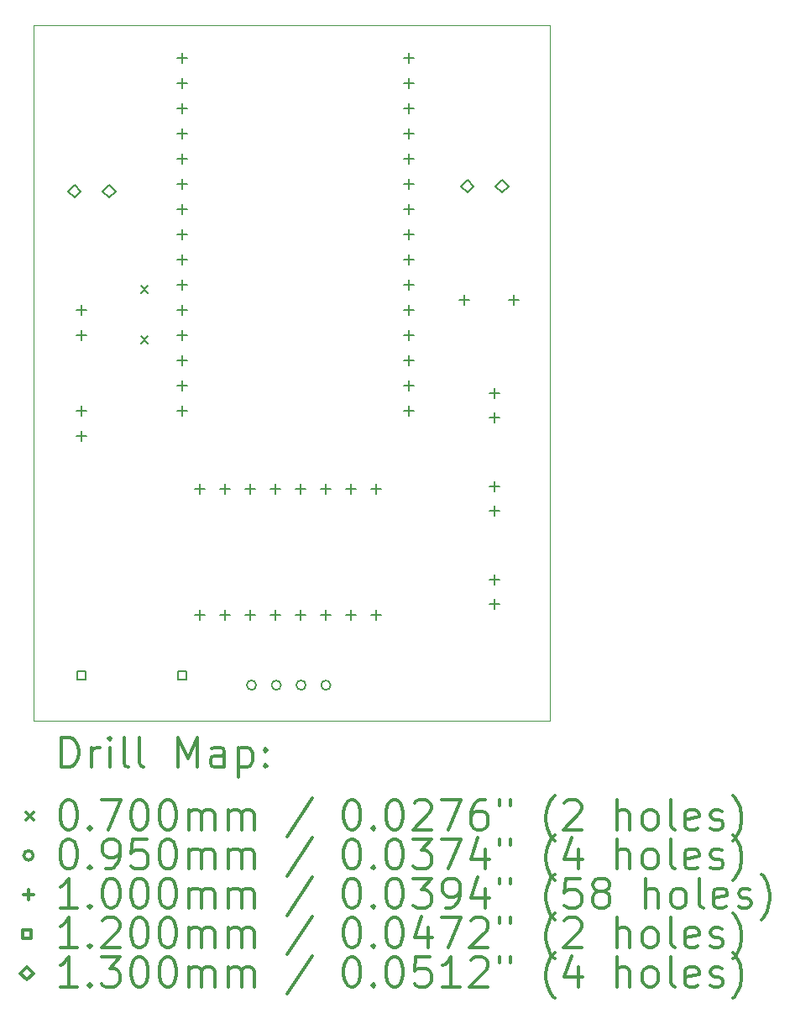
<source format=gbr>
%FSLAX45Y45*%
G04 Gerber Fmt 4.5, Leading zero omitted, Abs format (unit mm)*
G04 Created by KiCad (PCBNEW (5.1.10-1-10_14)) date 2021-12-20 14:56:10*
%MOMM*%
%LPD*%
G01*
G04 APERTURE LIST*
%TA.AperFunction,Profile*%
%ADD10C,0.100000*%
%TD*%
%ADD11C,0.200000*%
%ADD12C,0.300000*%
G04 APERTURE END LIST*
D10*
X15011400Y-5232400D02*
X15011400Y-12242800D01*
X9804400Y-5232400D02*
X15011400Y-5232400D01*
X9804400Y-12242800D02*
X9804400Y-5232400D01*
X15011400Y-12242800D02*
X9804400Y-12242800D01*
D11*
X10887000Y-7864400D02*
X10957000Y-7934400D01*
X10957000Y-7864400D02*
X10887000Y-7934400D01*
X10887000Y-8372400D02*
X10957000Y-8442400D01*
X10957000Y-8372400D02*
X10887000Y-8442400D01*
X12048300Y-11887200D02*
G75*
G03*
X12048300Y-11887200I-47500J0D01*
G01*
X12298300Y-11887200D02*
G75*
G03*
X12298300Y-11887200I-47500J0D01*
G01*
X12548300Y-11887200D02*
G75*
G03*
X12548300Y-11887200I-47500J0D01*
G01*
X12798300Y-11887200D02*
G75*
G03*
X12798300Y-11887200I-47500J0D01*
G01*
X10287000Y-8056600D02*
X10287000Y-8156600D01*
X10237000Y-8106600D02*
X10337000Y-8106600D01*
X10287000Y-8306600D02*
X10287000Y-8406600D01*
X10237000Y-8356600D02*
X10337000Y-8356600D01*
X10287000Y-9072600D02*
X10287000Y-9172600D01*
X10237000Y-9122600D02*
X10337000Y-9122600D01*
X10287000Y-9322600D02*
X10287000Y-9422600D01*
X10237000Y-9372600D02*
X10337000Y-9372600D01*
X11303000Y-5512600D02*
X11303000Y-5612600D01*
X11253000Y-5562600D02*
X11353000Y-5562600D01*
X11303000Y-5766600D02*
X11303000Y-5866600D01*
X11253000Y-5816600D02*
X11353000Y-5816600D01*
X11303000Y-6020600D02*
X11303000Y-6120600D01*
X11253000Y-6070600D02*
X11353000Y-6070600D01*
X11303000Y-6274600D02*
X11303000Y-6374600D01*
X11253000Y-6324600D02*
X11353000Y-6324600D01*
X11303000Y-6528600D02*
X11303000Y-6628600D01*
X11253000Y-6578600D02*
X11353000Y-6578600D01*
X11303000Y-6782600D02*
X11303000Y-6882600D01*
X11253000Y-6832600D02*
X11353000Y-6832600D01*
X11303000Y-7036600D02*
X11303000Y-7136600D01*
X11253000Y-7086600D02*
X11353000Y-7086600D01*
X11303000Y-7290600D02*
X11303000Y-7390600D01*
X11253000Y-7340600D02*
X11353000Y-7340600D01*
X11303000Y-7544600D02*
X11303000Y-7644600D01*
X11253000Y-7594600D02*
X11353000Y-7594600D01*
X11303000Y-7798600D02*
X11303000Y-7898600D01*
X11253000Y-7848600D02*
X11353000Y-7848600D01*
X11303000Y-8052600D02*
X11303000Y-8152600D01*
X11253000Y-8102600D02*
X11353000Y-8102600D01*
X11303000Y-8306600D02*
X11303000Y-8406600D01*
X11253000Y-8356600D02*
X11353000Y-8356600D01*
X11303000Y-8560600D02*
X11303000Y-8660600D01*
X11253000Y-8610600D02*
X11353000Y-8610600D01*
X11303000Y-8814600D02*
X11303000Y-8914600D01*
X11253000Y-8864600D02*
X11353000Y-8864600D01*
X11303000Y-9068600D02*
X11303000Y-9168600D01*
X11253000Y-9118600D02*
X11353000Y-9118600D01*
X11480800Y-9856000D02*
X11480800Y-9956000D01*
X11430800Y-9906000D02*
X11530800Y-9906000D01*
X11480800Y-11126000D02*
X11480800Y-11226000D01*
X11430800Y-11176000D02*
X11530800Y-11176000D01*
X11734800Y-9856000D02*
X11734800Y-9956000D01*
X11684800Y-9906000D02*
X11784800Y-9906000D01*
X11734800Y-11126000D02*
X11734800Y-11226000D01*
X11684800Y-11176000D02*
X11784800Y-11176000D01*
X11988800Y-9856000D02*
X11988800Y-9956000D01*
X11938800Y-9906000D02*
X12038800Y-9906000D01*
X11988800Y-11126000D02*
X11988800Y-11226000D01*
X11938800Y-11176000D02*
X12038800Y-11176000D01*
X12242800Y-9856000D02*
X12242800Y-9956000D01*
X12192800Y-9906000D02*
X12292800Y-9906000D01*
X12242800Y-11126000D02*
X12242800Y-11226000D01*
X12192800Y-11176000D02*
X12292800Y-11176000D01*
X12496800Y-9856000D02*
X12496800Y-9956000D01*
X12446800Y-9906000D02*
X12546800Y-9906000D01*
X12496800Y-11126000D02*
X12496800Y-11226000D01*
X12446800Y-11176000D02*
X12546800Y-11176000D01*
X12750800Y-9856000D02*
X12750800Y-9956000D01*
X12700800Y-9906000D02*
X12800800Y-9906000D01*
X12750800Y-11126000D02*
X12750800Y-11226000D01*
X12700800Y-11176000D02*
X12800800Y-11176000D01*
X13004800Y-9856000D02*
X13004800Y-9956000D01*
X12954800Y-9906000D02*
X13054800Y-9906000D01*
X13004800Y-11126000D02*
X13004800Y-11226000D01*
X12954800Y-11176000D02*
X13054800Y-11176000D01*
X13258800Y-9856000D02*
X13258800Y-9956000D01*
X13208800Y-9906000D02*
X13308800Y-9906000D01*
X13258800Y-11126000D02*
X13258800Y-11226000D01*
X13208800Y-11176000D02*
X13308800Y-11176000D01*
X13589000Y-5512600D02*
X13589000Y-5612600D01*
X13539000Y-5562600D02*
X13639000Y-5562600D01*
X13589000Y-5766600D02*
X13589000Y-5866600D01*
X13539000Y-5816600D02*
X13639000Y-5816600D01*
X13589000Y-6020600D02*
X13589000Y-6120600D01*
X13539000Y-6070600D02*
X13639000Y-6070600D01*
X13589000Y-6274600D02*
X13589000Y-6374600D01*
X13539000Y-6324600D02*
X13639000Y-6324600D01*
X13589000Y-6528600D02*
X13589000Y-6628600D01*
X13539000Y-6578600D02*
X13639000Y-6578600D01*
X13589000Y-6782600D02*
X13589000Y-6882600D01*
X13539000Y-6832600D02*
X13639000Y-6832600D01*
X13589000Y-7036600D02*
X13589000Y-7136600D01*
X13539000Y-7086600D02*
X13639000Y-7086600D01*
X13589000Y-7290600D02*
X13589000Y-7390600D01*
X13539000Y-7340600D02*
X13639000Y-7340600D01*
X13589000Y-7544600D02*
X13589000Y-7644600D01*
X13539000Y-7594600D02*
X13639000Y-7594600D01*
X13589000Y-7798600D02*
X13589000Y-7898600D01*
X13539000Y-7848600D02*
X13639000Y-7848600D01*
X13589000Y-8052600D02*
X13589000Y-8152600D01*
X13539000Y-8102600D02*
X13639000Y-8102600D01*
X13589000Y-8306600D02*
X13589000Y-8406600D01*
X13539000Y-8356600D02*
X13639000Y-8356600D01*
X13589000Y-8560600D02*
X13589000Y-8660600D01*
X13539000Y-8610600D02*
X13639000Y-8610600D01*
X13589000Y-8814600D02*
X13589000Y-8914600D01*
X13539000Y-8864600D02*
X13639000Y-8864600D01*
X13589000Y-9068600D02*
X13589000Y-9168600D01*
X13539000Y-9118600D02*
X13639000Y-9118600D01*
X14147800Y-7951000D02*
X14147800Y-8051000D01*
X14097800Y-8001000D02*
X14197800Y-8001000D01*
X14452600Y-8890800D02*
X14452600Y-8990800D01*
X14402600Y-8940800D02*
X14502600Y-8940800D01*
X14452600Y-9140800D02*
X14452600Y-9240800D01*
X14402600Y-9190800D02*
X14502600Y-9190800D01*
X14452600Y-9830600D02*
X14452600Y-9930600D01*
X14402600Y-9880600D02*
X14502600Y-9880600D01*
X14452600Y-10080600D02*
X14452600Y-10180600D01*
X14402600Y-10130600D02*
X14502600Y-10130600D01*
X14452600Y-10770400D02*
X14452600Y-10870400D01*
X14402600Y-10820400D02*
X14502600Y-10820400D01*
X14452600Y-11020400D02*
X14452600Y-11120400D01*
X14402600Y-11070400D02*
X14502600Y-11070400D01*
X14647800Y-7951000D02*
X14647800Y-8051000D01*
X14597800Y-8001000D02*
X14697800Y-8001000D01*
X10329427Y-11828027D02*
X10329427Y-11743173D01*
X10244573Y-11743173D01*
X10244573Y-11828027D01*
X10329427Y-11828027D01*
X11345427Y-11828027D02*
X11345427Y-11743173D01*
X11260573Y-11743173D01*
X11260573Y-11828027D01*
X11345427Y-11828027D01*
X10216400Y-6973800D02*
X10281400Y-6908800D01*
X10216400Y-6843800D01*
X10151400Y-6908800D01*
X10216400Y-6973800D01*
X10566400Y-6973800D02*
X10631400Y-6908800D01*
X10566400Y-6843800D01*
X10501400Y-6908800D01*
X10566400Y-6973800D01*
X14178800Y-6923000D02*
X14243800Y-6858000D01*
X14178800Y-6793000D01*
X14113800Y-6858000D01*
X14178800Y-6923000D01*
X14528800Y-6923000D02*
X14593800Y-6858000D01*
X14528800Y-6793000D01*
X14463800Y-6858000D01*
X14528800Y-6923000D01*
D12*
X10085828Y-12713514D02*
X10085828Y-12413514D01*
X10157257Y-12413514D01*
X10200114Y-12427800D01*
X10228686Y-12456371D01*
X10242971Y-12484943D01*
X10257257Y-12542086D01*
X10257257Y-12584943D01*
X10242971Y-12642086D01*
X10228686Y-12670657D01*
X10200114Y-12699229D01*
X10157257Y-12713514D01*
X10085828Y-12713514D01*
X10385828Y-12713514D02*
X10385828Y-12513514D01*
X10385828Y-12570657D02*
X10400114Y-12542086D01*
X10414400Y-12527800D01*
X10442971Y-12513514D01*
X10471543Y-12513514D01*
X10571543Y-12713514D02*
X10571543Y-12513514D01*
X10571543Y-12413514D02*
X10557257Y-12427800D01*
X10571543Y-12442086D01*
X10585828Y-12427800D01*
X10571543Y-12413514D01*
X10571543Y-12442086D01*
X10757257Y-12713514D02*
X10728686Y-12699229D01*
X10714400Y-12670657D01*
X10714400Y-12413514D01*
X10914400Y-12713514D02*
X10885828Y-12699229D01*
X10871543Y-12670657D01*
X10871543Y-12413514D01*
X11257257Y-12713514D02*
X11257257Y-12413514D01*
X11357257Y-12627800D01*
X11457257Y-12413514D01*
X11457257Y-12713514D01*
X11728686Y-12713514D02*
X11728686Y-12556371D01*
X11714400Y-12527800D01*
X11685828Y-12513514D01*
X11628686Y-12513514D01*
X11600114Y-12527800D01*
X11728686Y-12699229D02*
X11700114Y-12713514D01*
X11628686Y-12713514D01*
X11600114Y-12699229D01*
X11585828Y-12670657D01*
X11585828Y-12642086D01*
X11600114Y-12613514D01*
X11628686Y-12599229D01*
X11700114Y-12599229D01*
X11728686Y-12584943D01*
X11871543Y-12513514D02*
X11871543Y-12813514D01*
X11871543Y-12527800D02*
X11900114Y-12513514D01*
X11957257Y-12513514D01*
X11985828Y-12527800D01*
X12000114Y-12542086D01*
X12014400Y-12570657D01*
X12014400Y-12656371D01*
X12000114Y-12684943D01*
X11985828Y-12699229D01*
X11957257Y-12713514D01*
X11900114Y-12713514D01*
X11871543Y-12699229D01*
X12142971Y-12684943D02*
X12157257Y-12699229D01*
X12142971Y-12713514D01*
X12128686Y-12699229D01*
X12142971Y-12684943D01*
X12142971Y-12713514D01*
X12142971Y-12527800D02*
X12157257Y-12542086D01*
X12142971Y-12556371D01*
X12128686Y-12542086D01*
X12142971Y-12527800D01*
X12142971Y-12556371D01*
X9729400Y-13172800D02*
X9799400Y-13242800D01*
X9799400Y-13172800D02*
X9729400Y-13242800D01*
X10142971Y-13043514D02*
X10171543Y-13043514D01*
X10200114Y-13057800D01*
X10214400Y-13072086D01*
X10228686Y-13100657D01*
X10242971Y-13157800D01*
X10242971Y-13229229D01*
X10228686Y-13286371D01*
X10214400Y-13314943D01*
X10200114Y-13329229D01*
X10171543Y-13343514D01*
X10142971Y-13343514D01*
X10114400Y-13329229D01*
X10100114Y-13314943D01*
X10085828Y-13286371D01*
X10071543Y-13229229D01*
X10071543Y-13157800D01*
X10085828Y-13100657D01*
X10100114Y-13072086D01*
X10114400Y-13057800D01*
X10142971Y-13043514D01*
X10371543Y-13314943D02*
X10385828Y-13329229D01*
X10371543Y-13343514D01*
X10357257Y-13329229D01*
X10371543Y-13314943D01*
X10371543Y-13343514D01*
X10485828Y-13043514D02*
X10685828Y-13043514D01*
X10557257Y-13343514D01*
X10857257Y-13043514D02*
X10885828Y-13043514D01*
X10914400Y-13057800D01*
X10928686Y-13072086D01*
X10942971Y-13100657D01*
X10957257Y-13157800D01*
X10957257Y-13229229D01*
X10942971Y-13286371D01*
X10928686Y-13314943D01*
X10914400Y-13329229D01*
X10885828Y-13343514D01*
X10857257Y-13343514D01*
X10828686Y-13329229D01*
X10814400Y-13314943D01*
X10800114Y-13286371D01*
X10785828Y-13229229D01*
X10785828Y-13157800D01*
X10800114Y-13100657D01*
X10814400Y-13072086D01*
X10828686Y-13057800D01*
X10857257Y-13043514D01*
X11142971Y-13043514D02*
X11171543Y-13043514D01*
X11200114Y-13057800D01*
X11214400Y-13072086D01*
X11228686Y-13100657D01*
X11242971Y-13157800D01*
X11242971Y-13229229D01*
X11228686Y-13286371D01*
X11214400Y-13314943D01*
X11200114Y-13329229D01*
X11171543Y-13343514D01*
X11142971Y-13343514D01*
X11114400Y-13329229D01*
X11100114Y-13314943D01*
X11085828Y-13286371D01*
X11071543Y-13229229D01*
X11071543Y-13157800D01*
X11085828Y-13100657D01*
X11100114Y-13072086D01*
X11114400Y-13057800D01*
X11142971Y-13043514D01*
X11371543Y-13343514D02*
X11371543Y-13143514D01*
X11371543Y-13172086D02*
X11385828Y-13157800D01*
X11414400Y-13143514D01*
X11457257Y-13143514D01*
X11485828Y-13157800D01*
X11500114Y-13186371D01*
X11500114Y-13343514D01*
X11500114Y-13186371D02*
X11514400Y-13157800D01*
X11542971Y-13143514D01*
X11585828Y-13143514D01*
X11614400Y-13157800D01*
X11628686Y-13186371D01*
X11628686Y-13343514D01*
X11771543Y-13343514D02*
X11771543Y-13143514D01*
X11771543Y-13172086D02*
X11785828Y-13157800D01*
X11814400Y-13143514D01*
X11857257Y-13143514D01*
X11885828Y-13157800D01*
X11900114Y-13186371D01*
X11900114Y-13343514D01*
X11900114Y-13186371D02*
X11914400Y-13157800D01*
X11942971Y-13143514D01*
X11985828Y-13143514D01*
X12014400Y-13157800D01*
X12028686Y-13186371D01*
X12028686Y-13343514D01*
X12614400Y-13029229D02*
X12357257Y-13414943D01*
X13000114Y-13043514D02*
X13028686Y-13043514D01*
X13057257Y-13057800D01*
X13071543Y-13072086D01*
X13085828Y-13100657D01*
X13100114Y-13157800D01*
X13100114Y-13229229D01*
X13085828Y-13286371D01*
X13071543Y-13314943D01*
X13057257Y-13329229D01*
X13028686Y-13343514D01*
X13000114Y-13343514D01*
X12971543Y-13329229D01*
X12957257Y-13314943D01*
X12942971Y-13286371D01*
X12928686Y-13229229D01*
X12928686Y-13157800D01*
X12942971Y-13100657D01*
X12957257Y-13072086D01*
X12971543Y-13057800D01*
X13000114Y-13043514D01*
X13228686Y-13314943D02*
X13242971Y-13329229D01*
X13228686Y-13343514D01*
X13214400Y-13329229D01*
X13228686Y-13314943D01*
X13228686Y-13343514D01*
X13428686Y-13043514D02*
X13457257Y-13043514D01*
X13485828Y-13057800D01*
X13500114Y-13072086D01*
X13514400Y-13100657D01*
X13528686Y-13157800D01*
X13528686Y-13229229D01*
X13514400Y-13286371D01*
X13500114Y-13314943D01*
X13485828Y-13329229D01*
X13457257Y-13343514D01*
X13428686Y-13343514D01*
X13400114Y-13329229D01*
X13385828Y-13314943D01*
X13371543Y-13286371D01*
X13357257Y-13229229D01*
X13357257Y-13157800D01*
X13371543Y-13100657D01*
X13385828Y-13072086D01*
X13400114Y-13057800D01*
X13428686Y-13043514D01*
X13642971Y-13072086D02*
X13657257Y-13057800D01*
X13685828Y-13043514D01*
X13757257Y-13043514D01*
X13785828Y-13057800D01*
X13800114Y-13072086D01*
X13814400Y-13100657D01*
X13814400Y-13129229D01*
X13800114Y-13172086D01*
X13628686Y-13343514D01*
X13814400Y-13343514D01*
X13914400Y-13043514D02*
X14114400Y-13043514D01*
X13985828Y-13343514D01*
X14357257Y-13043514D02*
X14300114Y-13043514D01*
X14271543Y-13057800D01*
X14257257Y-13072086D01*
X14228686Y-13114943D01*
X14214400Y-13172086D01*
X14214400Y-13286371D01*
X14228686Y-13314943D01*
X14242971Y-13329229D01*
X14271543Y-13343514D01*
X14328686Y-13343514D01*
X14357257Y-13329229D01*
X14371543Y-13314943D01*
X14385828Y-13286371D01*
X14385828Y-13214943D01*
X14371543Y-13186371D01*
X14357257Y-13172086D01*
X14328686Y-13157800D01*
X14271543Y-13157800D01*
X14242971Y-13172086D01*
X14228686Y-13186371D01*
X14214400Y-13214943D01*
X14500114Y-13043514D02*
X14500114Y-13100657D01*
X14614400Y-13043514D02*
X14614400Y-13100657D01*
X15057257Y-13457800D02*
X15042971Y-13443514D01*
X15014400Y-13400657D01*
X15000114Y-13372086D01*
X14985828Y-13329229D01*
X14971543Y-13257800D01*
X14971543Y-13200657D01*
X14985828Y-13129229D01*
X15000114Y-13086371D01*
X15014400Y-13057800D01*
X15042971Y-13014943D01*
X15057257Y-13000657D01*
X15157257Y-13072086D02*
X15171543Y-13057800D01*
X15200114Y-13043514D01*
X15271543Y-13043514D01*
X15300114Y-13057800D01*
X15314400Y-13072086D01*
X15328686Y-13100657D01*
X15328686Y-13129229D01*
X15314400Y-13172086D01*
X15142971Y-13343514D01*
X15328686Y-13343514D01*
X15685828Y-13343514D02*
X15685828Y-13043514D01*
X15814400Y-13343514D02*
X15814400Y-13186371D01*
X15800114Y-13157800D01*
X15771543Y-13143514D01*
X15728686Y-13143514D01*
X15700114Y-13157800D01*
X15685828Y-13172086D01*
X16000114Y-13343514D02*
X15971543Y-13329229D01*
X15957257Y-13314943D01*
X15942971Y-13286371D01*
X15942971Y-13200657D01*
X15957257Y-13172086D01*
X15971543Y-13157800D01*
X16000114Y-13143514D01*
X16042971Y-13143514D01*
X16071543Y-13157800D01*
X16085828Y-13172086D01*
X16100114Y-13200657D01*
X16100114Y-13286371D01*
X16085828Y-13314943D01*
X16071543Y-13329229D01*
X16042971Y-13343514D01*
X16000114Y-13343514D01*
X16271543Y-13343514D02*
X16242971Y-13329229D01*
X16228686Y-13300657D01*
X16228686Y-13043514D01*
X16500114Y-13329229D02*
X16471543Y-13343514D01*
X16414400Y-13343514D01*
X16385828Y-13329229D01*
X16371543Y-13300657D01*
X16371543Y-13186371D01*
X16385828Y-13157800D01*
X16414400Y-13143514D01*
X16471543Y-13143514D01*
X16500114Y-13157800D01*
X16514400Y-13186371D01*
X16514400Y-13214943D01*
X16371543Y-13243514D01*
X16628686Y-13329229D02*
X16657257Y-13343514D01*
X16714400Y-13343514D01*
X16742971Y-13329229D01*
X16757257Y-13300657D01*
X16757257Y-13286371D01*
X16742971Y-13257800D01*
X16714400Y-13243514D01*
X16671543Y-13243514D01*
X16642971Y-13229229D01*
X16628686Y-13200657D01*
X16628686Y-13186371D01*
X16642971Y-13157800D01*
X16671543Y-13143514D01*
X16714400Y-13143514D01*
X16742971Y-13157800D01*
X16857257Y-13457800D02*
X16871543Y-13443514D01*
X16900114Y-13400657D01*
X16914400Y-13372086D01*
X16928686Y-13329229D01*
X16942971Y-13257800D01*
X16942971Y-13200657D01*
X16928686Y-13129229D01*
X16914400Y-13086371D01*
X16900114Y-13057800D01*
X16871543Y-13014943D01*
X16857257Y-13000657D01*
X9799400Y-13603800D02*
G75*
G03*
X9799400Y-13603800I-47500J0D01*
G01*
X10142971Y-13439514D02*
X10171543Y-13439514D01*
X10200114Y-13453800D01*
X10214400Y-13468086D01*
X10228686Y-13496657D01*
X10242971Y-13553800D01*
X10242971Y-13625229D01*
X10228686Y-13682371D01*
X10214400Y-13710943D01*
X10200114Y-13725229D01*
X10171543Y-13739514D01*
X10142971Y-13739514D01*
X10114400Y-13725229D01*
X10100114Y-13710943D01*
X10085828Y-13682371D01*
X10071543Y-13625229D01*
X10071543Y-13553800D01*
X10085828Y-13496657D01*
X10100114Y-13468086D01*
X10114400Y-13453800D01*
X10142971Y-13439514D01*
X10371543Y-13710943D02*
X10385828Y-13725229D01*
X10371543Y-13739514D01*
X10357257Y-13725229D01*
X10371543Y-13710943D01*
X10371543Y-13739514D01*
X10528686Y-13739514D02*
X10585828Y-13739514D01*
X10614400Y-13725229D01*
X10628686Y-13710943D01*
X10657257Y-13668086D01*
X10671543Y-13610943D01*
X10671543Y-13496657D01*
X10657257Y-13468086D01*
X10642971Y-13453800D01*
X10614400Y-13439514D01*
X10557257Y-13439514D01*
X10528686Y-13453800D01*
X10514400Y-13468086D01*
X10500114Y-13496657D01*
X10500114Y-13568086D01*
X10514400Y-13596657D01*
X10528686Y-13610943D01*
X10557257Y-13625229D01*
X10614400Y-13625229D01*
X10642971Y-13610943D01*
X10657257Y-13596657D01*
X10671543Y-13568086D01*
X10942971Y-13439514D02*
X10800114Y-13439514D01*
X10785828Y-13582371D01*
X10800114Y-13568086D01*
X10828686Y-13553800D01*
X10900114Y-13553800D01*
X10928686Y-13568086D01*
X10942971Y-13582371D01*
X10957257Y-13610943D01*
X10957257Y-13682371D01*
X10942971Y-13710943D01*
X10928686Y-13725229D01*
X10900114Y-13739514D01*
X10828686Y-13739514D01*
X10800114Y-13725229D01*
X10785828Y-13710943D01*
X11142971Y-13439514D02*
X11171543Y-13439514D01*
X11200114Y-13453800D01*
X11214400Y-13468086D01*
X11228686Y-13496657D01*
X11242971Y-13553800D01*
X11242971Y-13625229D01*
X11228686Y-13682371D01*
X11214400Y-13710943D01*
X11200114Y-13725229D01*
X11171543Y-13739514D01*
X11142971Y-13739514D01*
X11114400Y-13725229D01*
X11100114Y-13710943D01*
X11085828Y-13682371D01*
X11071543Y-13625229D01*
X11071543Y-13553800D01*
X11085828Y-13496657D01*
X11100114Y-13468086D01*
X11114400Y-13453800D01*
X11142971Y-13439514D01*
X11371543Y-13739514D02*
X11371543Y-13539514D01*
X11371543Y-13568086D02*
X11385828Y-13553800D01*
X11414400Y-13539514D01*
X11457257Y-13539514D01*
X11485828Y-13553800D01*
X11500114Y-13582371D01*
X11500114Y-13739514D01*
X11500114Y-13582371D02*
X11514400Y-13553800D01*
X11542971Y-13539514D01*
X11585828Y-13539514D01*
X11614400Y-13553800D01*
X11628686Y-13582371D01*
X11628686Y-13739514D01*
X11771543Y-13739514D02*
X11771543Y-13539514D01*
X11771543Y-13568086D02*
X11785828Y-13553800D01*
X11814400Y-13539514D01*
X11857257Y-13539514D01*
X11885828Y-13553800D01*
X11900114Y-13582371D01*
X11900114Y-13739514D01*
X11900114Y-13582371D02*
X11914400Y-13553800D01*
X11942971Y-13539514D01*
X11985828Y-13539514D01*
X12014400Y-13553800D01*
X12028686Y-13582371D01*
X12028686Y-13739514D01*
X12614400Y-13425229D02*
X12357257Y-13810943D01*
X13000114Y-13439514D02*
X13028686Y-13439514D01*
X13057257Y-13453800D01*
X13071543Y-13468086D01*
X13085828Y-13496657D01*
X13100114Y-13553800D01*
X13100114Y-13625229D01*
X13085828Y-13682371D01*
X13071543Y-13710943D01*
X13057257Y-13725229D01*
X13028686Y-13739514D01*
X13000114Y-13739514D01*
X12971543Y-13725229D01*
X12957257Y-13710943D01*
X12942971Y-13682371D01*
X12928686Y-13625229D01*
X12928686Y-13553800D01*
X12942971Y-13496657D01*
X12957257Y-13468086D01*
X12971543Y-13453800D01*
X13000114Y-13439514D01*
X13228686Y-13710943D02*
X13242971Y-13725229D01*
X13228686Y-13739514D01*
X13214400Y-13725229D01*
X13228686Y-13710943D01*
X13228686Y-13739514D01*
X13428686Y-13439514D02*
X13457257Y-13439514D01*
X13485828Y-13453800D01*
X13500114Y-13468086D01*
X13514400Y-13496657D01*
X13528686Y-13553800D01*
X13528686Y-13625229D01*
X13514400Y-13682371D01*
X13500114Y-13710943D01*
X13485828Y-13725229D01*
X13457257Y-13739514D01*
X13428686Y-13739514D01*
X13400114Y-13725229D01*
X13385828Y-13710943D01*
X13371543Y-13682371D01*
X13357257Y-13625229D01*
X13357257Y-13553800D01*
X13371543Y-13496657D01*
X13385828Y-13468086D01*
X13400114Y-13453800D01*
X13428686Y-13439514D01*
X13628686Y-13439514D02*
X13814400Y-13439514D01*
X13714400Y-13553800D01*
X13757257Y-13553800D01*
X13785828Y-13568086D01*
X13800114Y-13582371D01*
X13814400Y-13610943D01*
X13814400Y-13682371D01*
X13800114Y-13710943D01*
X13785828Y-13725229D01*
X13757257Y-13739514D01*
X13671543Y-13739514D01*
X13642971Y-13725229D01*
X13628686Y-13710943D01*
X13914400Y-13439514D02*
X14114400Y-13439514D01*
X13985828Y-13739514D01*
X14357257Y-13539514D02*
X14357257Y-13739514D01*
X14285828Y-13425229D02*
X14214400Y-13639514D01*
X14400114Y-13639514D01*
X14500114Y-13439514D02*
X14500114Y-13496657D01*
X14614400Y-13439514D02*
X14614400Y-13496657D01*
X15057257Y-13853800D02*
X15042971Y-13839514D01*
X15014400Y-13796657D01*
X15000114Y-13768086D01*
X14985828Y-13725229D01*
X14971543Y-13653800D01*
X14971543Y-13596657D01*
X14985828Y-13525229D01*
X15000114Y-13482371D01*
X15014400Y-13453800D01*
X15042971Y-13410943D01*
X15057257Y-13396657D01*
X15300114Y-13539514D02*
X15300114Y-13739514D01*
X15228686Y-13425229D02*
X15157257Y-13639514D01*
X15342971Y-13639514D01*
X15685828Y-13739514D02*
X15685828Y-13439514D01*
X15814400Y-13739514D02*
X15814400Y-13582371D01*
X15800114Y-13553800D01*
X15771543Y-13539514D01*
X15728686Y-13539514D01*
X15700114Y-13553800D01*
X15685828Y-13568086D01*
X16000114Y-13739514D02*
X15971543Y-13725229D01*
X15957257Y-13710943D01*
X15942971Y-13682371D01*
X15942971Y-13596657D01*
X15957257Y-13568086D01*
X15971543Y-13553800D01*
X16000114Y-13539514D01*
X16042971Y-13539514D01*
X16071543Y-13553800D01*
X16085828Y-13568086D01*
X16100114Y-13596657D01*
X16100114Y-13682371D01*
X16085828Y-13710943D01*
X16071543Y-13725229D01*
X16042971Y-13739514D01*
X16000114Y-13739514D01*
X16271543Y-13739514D02*
X16242971Y-13725229D01*
X16228686Y-13696657D01*
X16228686Y-13439514D01*
X16500114Y-13725229D02*
X16471543Y-13739514D01*
X16414400Y-13739514D01*
X16385828Y-13725229D01*
X16371543Y-13696657D01*
X16371543Y-13582371D01*
X16385828Y-13553800D01*
X16414400Y-13539514D01*
X16471543Y-13539514D01*
X16500114Y-13553800D01*
X16514400Y-13582371D01*
X16514400Y-13610943D01*
X16371543Y-13639514D01*
X16628686Y-13725229D02*
X16657257Y-13739514D01*
X16714400Y-13739514D01*
X16742971Y-13725229D01*
X16757257Y-13696657D01*
X16757257Y-13682371D01*
X16742971Y-13653800D01*
X16714400Y-13639514D01*
X16671543Y-13639514D01*
X16642971Y-13625229D01*
X16628686Y-13596657D01*
X16628686Y-13582371D01*
X16642971Y-13553800D01*
X16671543Y-13539514D01*
X16714400Y-13539514D01*
X16742971Y-13553800D01*
X16857257Y-13853800D02*
X16871543Y-13839514D01*
X16900114Y-13796657D01*
X16914400Y-13768086D01*
X16928686Y-13725229D01*
X16942971Y-13653800D01*
X16942971Y-13596657D01*
X16928686Y-13525229D01*
X16914400Y-13482371D01*
X16900114Y-13453800D01*
X16871543Y-13410943D01*
X16857257Y-13396657D01*
X9749400Y-13949800D02*
X9749400Y-14049800D01*
X9699400Y-13999800D02*
X9799400Y-13999800D01*
X10242971Y-14135514D02*
X10071543Y-14135514D01*
X10157257Y-14135514D02*
X10157257Y-13835514D01*
X10128686Y-13878371D01*
X10100114Y-13906943D01*
X10071543Y-13921229D01*
X10371543Y-14106943D02*
X10385828Y-14121229D01*
X10371543Y-14135514D01*
X10357257Y-14121229D01*
X10371543Y-14106943D01*
X10371543Y-14135514D01*
X10571543Y-13835514D02*
X10600114Y-13835514D01*
X10628686Y-13849800D01*
X10642971Y-13864086D01*
X10657257Y-13892657D01*
X10671543Y-13949800D01*
X10671543Y-14021229D01*
X10657257Y-14078371D01*
X10642971Y-14106943D01*
X10628686Y-14121229D01*
X10600114Y-14135514D01*
X10571543Y-14135514D01*
X10542971Y-14121229D01*
X10528686Y-14106943D01*
X10514400Y-14078371D01*
X10500114Y-14021229D01*
X10500114Y-13949800D01*
X10514400Y-13892657D01*
X10528686Y-13864086D01*
X10542971Y-13849800D01*
X10571543Y-13835514D01*
X10857257Y-13835514D02*
X10885828Y-13835514D01*
X10914400Y-13849800D01*
X10928686Y-13864086D01*
X10942971Y-13892657D01*
X10957257Y-13949800D01*
X10957257Y-14021229D01*
X10942971Y-14078371D01*
X10928686Y-14106943D01*
X10914400Y-14121229D01*
X10885828Y-14135514D01*
X10857257Y-14135514D01*
X10828686Y-14121229D01*
X10814400Y-14106943D01*
X10800114Y-14078371D01*
X10785828Y-14021229D01*
X10785828Y-13949800D01*
X10800114Y-13892657D01*
X10814400Y-13864086D01*
X10828686Y-13849800D01*
X10857257Y-13835514D01*
X11142971Y-13835514D02*
X11171543Y-13835514D01*
X11200114Y-13849800D01*
X11214400Y-13864086D01*
X11228686Y-13892657D01*
X11242971Y-13949800D01*
X11242971Y-14021229D01*
X11228686Y-14078371D01*
X11214400Y-14106943D01*
X11200114Y-14121229D01*
X11171543Y-14135514D01*
X11142971Y-14135514D01*
X11114400Y-14121229D01*
X11100114Y-14106943D01*
X11085828Y-14078371D01*
X11071543Y-14021229D01*
X11071543Y-13949800D01*
X11085828Y-13892657D01*
X11100114Y-13864086D01*
X11114400Y-13849800D01*
X11142971Y-13835514D01*
X11371543Y-14135514D02*
X11371543Y-13935514D01*
X11371543Y-13964086D02*
X11385828Y-13949800D01*
X11414400Y-13935514D01*
X11457257Y-13935514D01*
X11485828Y-13949800D01*
X11500114Y-13978371D01*
X11500114Y-14135514D01*
X11500114Y-13978371D02*
X11514400Y-13949800D01*
X11542971Y-13935514D01*
X11585828Y-13935514D01*
X11614400Y-13949800D01*
X11628686Y-13978371D01*
X11628686Y-14135514D01*
X11771543Y-14135514D02*
X11771543Y-13935514D01*
X11771543Y-13964086D02*
X11785828Y-13949800D01*
X11814400Y-13935514D01*
X11857257Y-13935514D01*
X11885828Y-13949800D01*
X11900114Y-13978371D01*
X11900114Y-14135514D01*
X11900114Y-13978371D02*
X11914400Y-13949800D01*
X11942971Y-13935514D01*
X11985828Y-13935514D01*
X12014400Y-13949800D01*
X12028686Y-13978371D01*
X12028686Y-14135514D01*
X12614400Y-13821229D02*
X12357257Y-14206943D01*
X13000114Y-13835514D02*
X13028686Y-13835514D01*
X13057257Y-13849800D01*
X13071543Y-13864086D01*
X13085828Y-13892657D01*
X13100114Y-13949800D01*
X13100114Y-14021229D01*
X13085828Y-14078371D01*
X13071543Y-14106943D01*
X13057257Y-14121229D01*
X13028686Y-14135514D01*
X13000114Y-14135514D01*
X12971543Y-14121229D01*
X12957257Y-14106943D01*
X12942971Y-14078371D01*
X12928686Y-14021229D01*
X12928686Y-13949800D01*
X12942971Y-13892657D01*
X12957257Y-13864086D01*
X12971543Y-13849800D01*
X13000114Y-13835514D01*
X13228686Y-14106943D02*
X13242971Y-14121229D01*
X13228686Y-14135514D01*
X13214400Y-14121229D01*
X13228686Y-14106943D01*
X13228686Y-14135514D01*
X13428686Y-13835514D02*
X13457257Y-13835514D01*
X13485828Y-13849800D01*
X13500114Y-13864086D01*
X13514400Y-13892657D01*
X13528686Y-13949800D01*
X13528686Y-14021229D01*
X13514400Y-14078371D01*
X13500114Y-14106943D01*
X13485828Y-14121229D01*
X13457257Y-14135514D01*
X13428686Y-14135514D01*
X13400114Y-14121229D01*
X13385828Y-14106943D01*
X13371543Y-14078371D01*
X13357257Y-14021229D01*
X13357257Y-13949800D01*
X13371543Y-13892657D01*
X13385828Y-13864086D01*
X13400114Y-13849800D01*
X13428686Y-13835514D01*
X13628686Y-13835514D02*
X13814400Y-13835514D01*
X13714400Y-13949800D01*
X13757257Y-13949800D01*
X13785828Y-13964086D01*
X13800114Y-13978371D01*
X13814400Y-14006943D01*
X13814400Y-14078371D01*
X13800114Y-14106943D01*
X13785828Y-14121229D01*
X13757257Y-14135514D01*
X13671543Y-14135514D01*
X13642971Y-14121229D01*
X13628686Y-14106943D01*
X13957257Y-14135514D02*
X14014400Y-14135514D01*
X14042971Y-14121229D01*
X14057257Y-14106943D01*
X14085828Y-14064086D01*
X14100114Y-14006943D01*
X14100114Y-13892657D01*
X14085828Y-13864086D01*
X14071543Y-13849800D01*
X14042971Y-13835514D01*
X13985828Y-13835514D01*
X13957257Y-13849800D01*
X13942971Y-13864086D01*
X13928686Y-13892657D01*
X13928686Y-13964086D01*
X13942971Y-13992657D01*
X13957257Y-14006943D01*
X13985828Y-14021229D01*
X14042971Y-14021229D01*
X14071543Y-14006943D01*
X14085828Y-13992657D01*
X14100114Y-13964086D01*
X14357257Y-13935514D02*
X14357257Y-14135514D01*
X14285828Y-13821229D02*
X14214400Y-14035514D01*
X14400114Y-14035514D01*
X14500114Y-13835514D02*
X14500114Y-13892657D01*
X14614400Y-13835514D02*
X14614400Y-13892657D01*
X15057257Y-14249800D02*
X15042971Y-14235514D01*
X15014400Y-14192657D01*
X15000114Y-14164086D01*
X14985828Y-14121229D01*
X14971543Y-14049800D01*
X14971543Y-13992657D01*
X14985828Y-13921229D01*
X15000114Y-13878371D01*
X15014400Y-13849800D01*
X15042971Y-13806943D01*
X15057257Y-13792657D01*
X15314400Y-13835514D02*
X15171543Y-13835514D01*
X15157257Y-13978371D01*
X15171543Y-13964086D01*
X15200114Y-13949800D01*
X15271543Y-13949800D01*
X15300114Y-13964086D01*
X15314400Y-13978371D01*
X15328686Y-14006943D01*
X15328686Y-14078371D01*
X15314400Y-14106943D01*
X15300114Y-14121229D01*
X15271543Y-14135514D01*
X15200114Y-14135514D01*
X15171543Y-14121229D01*
X15157257Y-14106943D01*
X15500114Y-13964086D02*
X15471543Y-13949800D01*
X15457257Y-13935514D01*
X15442971Y-13906943D01*
X15442971Y-13892657D01*
X15457257Y-13864086D01*
X15471543Y-13849800D01*
X15500114Y-13835514D01*
X15557257Y-13835514D01*
X15585828Y-13849800D01*
X15600114Y-13864086D01*
X15614400Y-13892657D01*
X15614400Y-13906943D01*
X15600114Y-13935514D01*
X15585828Y-13949800D01*
X15557257Y-13964086D01*
X15500114Y-13964086D01*
X15471543Y-13978371D01*
X15457257Y-13992657D01*
X15442971Y-14021229D01*
X15442971Y-14078371D01*
X15457257Y-14106943D01*
X15471543Y-14121229D01*
X15500114Y-14135514D01*
X15557257Y-14135514D01*
X15585828Y-14121229D01*
X15600114Y-14106943D01*
X15614400Y-14078371D01*
X15614400Y-14021229D01*
X15600114Y-13992657D01*
X15585828Y-13978371D01*
X15557257Y-13964086D01*
X15971543Y-14135514D02*
X15971543Y-13835514D01*
X16100114Y-14135514D02*
X16100114Y-13978371D01*
X16085828Y-13949800D01*
X16057257Y-13935514D01*
X16014400Y-13935514D01*
X15985828Y-13949800D01*
X15971543Y-13964086D01*
X16285828Y-14135514D02*
X16257257Y-14121229D01*
X16242971Y-14106943D01*
X16228686Y-14078371D01*
X16228686Y-13992657D01*
X16242971Y-13964086D01*
X16257257Y-13949800D01*
X16285828Y-13935514D01*
X16328686Y-13935514D01*
X16357257Y-13949800D01*
X16371543Y-13964086D01*
X16385828Y-13992657D01*
X16385828Y-14078371D01*
X16371543Y-14106943D01*
X16357257Y-14121229D01*
X16328686Y-14135514D01*
X16285828Y-14135514D01*
X16557257Y-14135514D02*
X16528686Y-14121229D01*
X16514400Y-14092657D01*
X16514400Y-13835514D01*
X16785828Y-14121229D02*
X16757257Y-14135514D01*
X16700114Y-14135514D01*
X16671543Y-14121229D01*
X16657257Y-14092657D01*
X16657257Y-13978371D01*
X16671543Y-13949800D01*
X16700114Y-13935514D01*
X16757257Y-13935514D01*
X16785828Y-13949800D01*
X16800114Y-13978371D01*
X16800114Y-14006943D01*
X16657257Y-14035514D01*
X16914400Y-14121229D02*
X16942971Y-14135514D01*
X17000114Y-14135514D01*
X17028686Y-14121229D01*
X17042971Y-14092657D01*
X17042971Y-14078371D01*
X17028686Y-14049800D01*
X17000114Y-14035514D01*
X16957257Y-14035514D01*
X16928686Y-14021229D01*
X16914400Y-13992657D01*
X16914400Y-13978371D01*
X16928686Y-13949800D01*
X16957257Y-13935514D01*
X17000114Y-13935514D01*
X17028686Y-13949800D01*
X17142971Y-14249800D02*
X17157257Y-14235514D01*
X17185828Y-14192657D01*
X17200114Y-14164086D01*
X17214400Y-14121229D01*
X17228686Y-14049800D01*
X17228686Y-13992657D01*
X17214400Y-13921229D01*
X17200114Y-13878371D01*
X17185828Y-13849800D01*
X17157257Y-13806943D01*
X17142971Y-13792657D01*
X9781827Y-14438227D02*
X9781827Y-14353373D01*
X9696973Y-14353373D01*
X9696973Y-14438227D01*
X9781827Y-14438227D01*
X10242971Y-14531514D02*
X10071543Y-14531514D01*
X10157257Y-14531514D02*
X10157257Y-14231514D01*
X10128686Y-14274371D01*
X10100114Y-14302943D01*
X10071543Y-14317229D01*
X10371543Y-14502943D02*
X10385828Y-14517229D01*
X10371543Y-14531514D01*
X10357257Y-14517229D01*
X10371543Y-14502943D01*
X10371543Y-14531514D01*
X10500114Y-14260086D02*
X10514400Y-14245800D01*
X10542971Y-14231514D01*
X10614400Y-14231514D01*
X10642971Y-14245800D01*
X10657257Y-14260086D01*
X10671543Y-14288657D01*
X10671543Y-14317229D01*
X10657257Y-14360086D01*
X10485828Y-14531514D01*
X10671543Y-14531514D01*
X10857257Y-14231514D02*
X10885828Y-14231514D01*
X10914400Y-14245800D01*
X10928686Y-14260086D01*
X10942971Y-14288657D01*
X10957257Y-14345800D01*
X10957257Y-14417229D01*
X10942971Y-14474371D01*
X10928686Y-14502943D01*
X10914400Y-14517229D01*
X10885828Y-14531514D01*
X10857257Y-14531514D01*
X10828686Y-14517229D01*
X10814400Y-14502943D01*
X10800114Y-14474371D01*
X10785828Y-14417229D01*
X10785828Y-14345800D01*
X10800114Y-14288657D01*
X10814400Y-14260086D01*
X10828686Y-14245800D01*
X10857257Y-14231514D01*
X11142971Y-14231514D02*
X11171543Y-14231514D01*
X11200114Y-14245800D01*
X11214400Y-14260086D01*
X11228686Y-14288657D01*
X11242971Y-14345800D01*
X11242971Y-14417229D01*
X11228686Y-14474371D01*
X11214400Y-14502943D01*
X11200114Y-14517229D01*
X11171543Y-14531514D01*
X11142971Y-14531514D01*
X11114400Y-14517229D01*
X11100114Y-14502943D01*
X11085828Y-14474371D01*
X11071543Y-14417229D01*
X11071543Y-14345800D01*
X11085828Y-14288657D01*
X11100114Y-14260086D01*
X11114400Y-14245800D01*
X11142971Y-14231514D01*
X11371543Y-14531514D02*
X11371543Y-14331514D01*
X11371543Y-14360086D02*
X11385828Y-14345800D01*
X11414400Y-14331514D01*
X11457257Y-14331514D01*
X11485828Y-14345800D01*
X11500114Y-14374371D01*
X11500114Y-14531514D01*
X11500114Y-14374371D02*
X11514400Y-14345800D01*
X11542971Y-14331514D01*
X11585828Y-14331514D01*
X11614400Y-14345800D01*
X11628686Y-14374371D01*
X11628686Y-14531514D01*
X11771543Y-14531514D02*
X11771543Y-14331514D01*
X11771543Y-14360086D02*
X11785828Y-14345800D01*
X11814400Y-14331514D01*
X11857257Y-14331514D01*
X11885828Y-14345800D01*
X11900114Y-14374371D01*
X11900114Y-14531514D01*
X11900114Y-14374371D02*
X11914400Y-14345800D01*
X11942971Y-14331514D01*
X11985828Y-14331514D01*
X12014400Y-14345800D01*
X12028686Y-14374371D01*
X12028686Y-14531514D01*
X12614400Y-14217229D02*
X12357257Y-14602943D01*
X13000114Y-14231514D02*
X13028686Y-14231514D01*
X13057257Y-14245800D01*
X13071543Y-14260086D01*
X13085828Y-14288657D01*
X13100114Y-14345800D01*
X13100114Y-14417229D01*
X13085828Y-14474371D01*
X13071543Y-14502943D01*
X13057257Y-14517229D01*
X13028686Y-14531514D01*
X13000114Y-14531514D01*
X12971543Y-14517229D01*
X12957257Y-14502943D01*
X12942971Y-14474371D01*
X12928686Y-14417229D01*
X12928686Y-14345800D01*
X12942971Y-14288657D01*
X12957257Y-14260086D01*
X12971543Y-14245800D01*
X13000114Y-14231514D01*
X13228686Y-14502943D02*
X13242971Y-14517229D01*
X13228686Y-14531514D01*
X13214400Y-14517229D01*
X13228686Y-14502943D01*
X13228686Y-14531514D01*
X13428686Y-14231514D02*
X13457257Y-14231514D01*
X13485828Y-14245800D01*
X13500114Y-14260086D01*
X13514400Y-14288657D01*
X13528686Y-14345800D01*
X13528686Y-14417229D01*
X13514400Y-14474371D01*
X13500114Y-14502943D01*
X13485828Y-14517229D01*
X13457257Y-14531514D01*
X13428686Y-14531514D01*
X13400114Y-14517229D01*
X13385828Y-14502943D01*
X13371543Y-14474371D01*
X13357257Y-14417229D01*
X13357257Y-14345800D01*
X13371543Y-14288657D01*
X13385828Y-14260086D01*
X13400114Y-14245800D01*
X13428686Y-14231514D01*
X13785828Y-14331514D02*
X13785828Y-14531514D01*
X13714400Y-14217229D02*
X13642971Y-14431514D01*
X13828686Y-14431514D01*
X13914400Y-14231514D02*
X14114400Y-14231514D01*
X13985828Y-14531514D01*
X14214400Y-14260086D02*
X14228686Y-14245800D01*
X14257257Y-14231514D01*
X14328686Y-14231514D01*
X14357257Y-14245800D01*
X14371543Y-14260086D01*
X14385828Y-14288657D01*
X14385828Y-14317229D01*
X14371543Y-14360086D01*
X14200114Y-14531514D01*
X14385828Y-14531514D01*
X14500114Y-14231514D02*
X14500114Y-14288657D01*
X14614400Y-14231514D02*
X14614400Y-14288657D01*
X15057257Y-14645800D02*
X15042971Y-14631514D01*
X15014400Y-14588657D01*
X15000114Y-14560086D01*
X14985828Y-14517229D01*
X14971543Y-14445800D01*
X14971543Y-14388657D01*
X14985828Y-14317229D01*
X15000114Y-14274371D01*
X15014400Y-14245800D01*
X15042971Y-14202943D01*
X15057257Y-14188657D01*
X15157257Y-14260086D02*
X15171543Y-14245800D01*
X15200114Y-14231514D01*
X15271543Y-14231514D01*
X15300114Y-14245800D01*
X15314400Y-14260086D01*
X15328686Y-14288657D01*
X15328686Y-14317229D01*
X15314400Y-14360086D01*
X15142971Y-14531514D01*
X15328686Y-14531514D01*
X15685828Y-14531514D02*
X15685828Y-14231514D01*
X15814400Y-14531514D02*
X15814400Y-14374371D01*
X15800114Y-14345800D01*
X15771543Y-14331514D01*
X15728686Y-14331514D01*
X15700114Y-14345800D01*
X15685828Y-14360086D01*
X16000114Y-14531514D02*
X15971543Y-14517229D01*
X15957257Y-14502943D01*
X15942971Y-14474371D01*
X15942971Y-14388657D01*
X15957257Y-14360086D01*
X15971543Y-14345800D01*
X16000114Y-14331514D01*
X16042971Y-14331514D01*
X16071543Y-14345800D01*
X16085828Y-14360086D01*
X16100114Y-14388657D01*
X16100114Y-14474371D01*
X16085828Y-14502943D01*
X16071543Y-14517229D01*
X16042971Y-14531514D01*
X16000114Y-14531514D01*
X16271543Y-14531514D02*
X16242971Y-14517229D01*
X16228686Y-14488657D01*
X16228686Y-14231514D01*
X16500114Y-14517229D02*
X16471543Y-14531514D01*
X16414400Y-14531514D01*
X16385828Y-14517229D01*
X16371543Y-14488657D01*
X16371543Y-14374371D01*
X16385828Y-14345800D01*
X16414400Y-14331514D01*
X16471543Y-14331514D01*
X16500114Y-14345800D01*
X16514400Y-14374371D01*
X16514400Y-14402943D01*
X16371543Y-14431514D01*
X16628686Y-14517229D02*
X16657257Y-14531514D01*
X16714400Y-14531514D01*
X16742971Y-14517229D01*
X16757257Y-14488657D01*
X16757257Y-14474371D01*
X16742971Y-14445800D01*
X16714400Y-14431514D01*
X16671543Y-14431514D01*
X16642971Y-14417229D01*
X16628686Y-14388657D01*
X16628686Y-14374371D01*
X16642971Y-14345800D01*
X16671543Y-14331514D01*
X16714400Y-14331514D01*
X16742971Y-14345800D01*
X16857257Y-14645800D02*
X16871543Y-14631514D01*
X16900114Y-14588657D01*
X16914400Y-14560086D01*
X16928686Y-14517229D01*
X16942971Y-14445800D01*
X16942971Y-14388657D01*
X16928686Y-14317229D01*
X16914400Y-14274371D01*
X16900114Y-14245800D01*
X16871543Y-14202943D01*
X16857257Y-14188657D01*
X9734400Y-14856800D02*
X9799400Y-14791800D01*
X9734400Y-14726800D01*
X9669400Y-14791800D01*
X9734400Y-14856800D01*
X10242971Y-14927514D02*
X10071543Y-14927514D01*
X10157257Y-14927514D02*
X10157257Y-14627514D01*
X10128686Y-14670371D01*
X10100114Y-14698943D01*
X10071543Y-14713229D01*
X10371543Y-14898943D02*
X10385828Y-14913229D01*
X10371543Y-14927514D01*
X10357257Y-14913229D01*
X10371543Y-14898943D01*
X10371543Y-14927514D01*
X10485828Y-14627514D02*
X10671543Y-14627514D01*
X10571543Y-14741800D01*
X10614400Y-14741800D01*
X10642971Y-14756086D01*
X10657257Y-14770371D01*
X10671543Y-14798943D01*
X10671543Y-14870371D01*
X10657257Y-14898943D01*
X10642971Y-14913229D01*
X10614400Y-14927514D01*
X10528686Y-14927514D01*
X10500114Y-14913229D01*
X10485828Y-14898943D01*
X10857257Y-14627514D02*
X10885828Y-14627514D01*
X10914400Y-14641800D01*
X10928686Y-14656086D01*
X10942971Y-14684657D01*
X10957257Y-14741800D01*
X10957257Y-14813229D01*
X10942971Y-14870371D01*
X10928686Y-14898943D01*
X10914400Y-14913229D01*
X10885828Y-14927514D01*
X10857257Y-14927514D01*
X10828686Y-14913229D01*
X10814400Y-14898943D01*
X10800114Y-14870371D01*
X10785828Y-14813229D01*
X10785828Y-14741800D01*
X10800114Y-14684657D01*
X10814400Y-14656086D01*
X10828686Y-14641800D01*
X10857257Y-14627514D01*
X11142971Y-14627514D02*
X11171543Y-14627514D01*
X11200114Y-14641800D01*
X11214400Y-14656086D01*
X11228686Y-14684657D01*
X11242971Y-14741800D01*
X11242971Y-14813229D01*
X11228686Y-14870371D01*
X11214400Y-14898943D01*
X11200114Y-14913229D01*
X11171543Y-14927514D01*
X11142971Y-14927514D01*
X11114400Y-14913229D01*
X11100114Y-14898943D01*
X11085828Y-14870371D01*
X11071543Y-14813229D01*
X11071543Y-14741800D01*
X11085828Y-14684657D01*
X11100114Y-14656086D01*
X11114400Y-14641800D01*
X11142971Y-14627514D01*
X11371543Y-14927514D02*
X11371543Y-14727514D01*
X11371543Y-14756086D02*
X11385828Y-14741800D01*
X11414400Y-14727514D01*
X11457257Y-14727514D01*
X11485828Y-14741800D01*
X11500114Y-14770371D01*
X11500114Y-14927514D01*
X11500114Y-14770371D02*
X11514400Y-14741800D01*
X11542971Y-14727514D01*
X11585828Y-14727514D01*
X11614400Y-14741800D01*
X11628686Y-14770371D01*
X11628686Y-14927514D01*
X11771543Y-14927514D02*
X11771543Y-14727514D01*
X11771543Y-14756086D02*
X11785828Y-14741800D01*
X11814400Y-14727514D01*
X11857257Y-14727514D01*
X11885828Y-14741800D01*
X11900114Y-14770371D01*
X11900114Y-14927514D01*
X11900114Y-14770371D02*
X11914400Y-14741800D01*
X11942971Y-14727514D01*
X11985828Y-14727514D01*
X12014400Y-14741800D01*
X12028686Y-14770371D01*
X12028686Y-14927514D01*
X12614400Y-14613229D02*
X12357257Y-14998943D01*
X13000114Y-14627514D02*
X13028686Y-14627514D01*
X13057257Y-14641800D01*
X13071543Y-14656086D01*
X13085828Y-14684657D01*
X13100114Y-14741800D01*
X13100114Y-14813229D01*
X13085828Y-14870371D01*
X13071543Y-14898943D01*
X13057257Y-14913229D01*
X13028686Y-14927514D01*
X13000114Y-14927514D01*
X12971543Y-14913229D01*
X12957257Y-14898943D01*
X12942971Y-14870371D01*
X12928686Y-14813229D01*
X12928686Y-14741800D01*
X12942971Y-14684657D01*
X12957257Y-14656086D01*
X12971543Y-14641800D01*
X13000114Y-14627514D01*
X13228686Y-14898943D02*
X13242971Y-14913229D01*
X13228686Y-14927514D01*
X13214400Y-14913229D01*
X13228686Y-14898943D01*
X13228686Y-14927514D01*
X13428686Y-14627514D02*
X13457257Y-14627514D01*
X13485828Y-14641800D01*
X13500114Y-14656086D01*
X13514400Y-14684657D01*
X13528686Y-14741800D01*
X13528686Y-14813229D01*
X13514400Y-14870371D01*
X13500114Y-14898943D01*
X13485828Y-14913229D01*
X13457257Y-14927514D01*
X13428686Y-14927514D01*
X13400114Y-14913229D01*
X13385828Y-14898943D01*
X13371543Y-14870371D01*
X13357257Y-14813229D01*
X13357257Y-14741800D01*
X13371543Y-14684657D01*
X13385828Y-14656086D01*
X13400114Y-14641800D01*
X13428686Y-14627514D01*
X13800114Y-14627514D02*
X13657257Y-14627514D01*
X13642971Y-14770371D01*
X13657257Y-14756086D01*
X13685828Y-14741800D01*
X13757257Y-14741800D01*
X13785828Y-14756086D01*
X13800114Y-14770371D01*
X13814400Y-14798943D01*
X13814400Y-14870371D01*
X13800114Y-14898943D01*
X13785828Y-14913229D01*
X13757257Y-14927514D01*
X13685828Y-14927514D01*
X13657257Y-14913229D01*
X13642971Y-14898943D01*
X14100114Y-14927514D02*
X13928686Y-14927514D01*
X14014400Y-14927514D02*
X14014400Y-14627514D01*
X13985828Y-14670371D01*
X13957257Y-14698943D01*
X13928686Y-14713229D01*
X14214400Y-14656086D02*
X14228686Y-14641800D01*
X14257257Y-14627514D01*
X14328686Y-14627514D01*
X14357257Y-14641800D01*
X14371543Y-14656086D01*
X14385828Y-14684657D01*
X14385828Y-14713229D01*
X14371543Y-14756086D01*
X14200114Y-14927514D01*
X14385828Y-14927514D01*
X14500114Y-14627514D02*
X14500114Y-14684657D01*
X14614400Y-14627514D02*
X14614400Y-14684657D01*
X15057257Y-15041800D02*
X15042971Y-15027514D01*
X15014400Y-14984657D01*
X15000114Y-14956086D01*
X14985828Y-14913229D01*
X14971543Y-14841800D01*
X14971543Y-14784657D01*
X14985828Y-14713229D01*
X15000114Y-14670371D01*
X15014400Y-14641800D01*
X15042971Y-14598943D01*
X15057257Y-14584657D01*
X15300114Y-14727514D02*
X15300114Y-14927514D01*
X15228686Y-14613229D02*
X15157257Y-14827514D01*
X15342971Y-14827514D01*
X15685828Y-14927514D02*
X15685828Y-14627514D01*
X15814400Y-14927514D02*
X15814400Y-14770371D01*
X15800114Y-14741800D01*
X15771543Y-14727514D01*
X15728686Y-14727514D01*
X15700114Y-14741800D01*
X15685828Y-14756086D01*
X16000114Y-14927514D02*
X15971543Y-14913229D01*
X15957257Y-14898943D01*
X15942971Y-14870371D01*
X15942971Y-14784657D01*
X15957257Y-14756086D01*
X15971543Y-14741800D01*
X16000114Y-14727514D01*
X16042971Y-14727514D01*
X16071543Y-14741800D01*
X16085828Y-14756086D01*
X16100114Y-14784657D01*
X16100114Y-14870371D01*
X16085828Y-14898943D01*
X16071543Y-14913229D01*
X16042971Y-14927514D01*
X16000114Y-14927514D01*
X16271543Y-14927514D02*
X16242971Y-14913229D01*
X16228686Y-14884657D01*
X16228686Y-14627514D01*
X16500114Y-14913229D02*
X16471543Y-14927514D01*
X16414400Y-14927514D01*
X16385828Y-14913229D01*
X16371543Y-14884657D01*
X16371543Y-14770371D01*
X16385828Y-14741800D01*
X16414400Y-14727514D01*
X16471543Y-14727514D01*
X16500114Y-14741800D01*
X16514400Y-14770371D01*
X16514400Y-14798943D01*
X16371543Y-14827514D01*
X16628686Y-14913229D02*
X16657257Y-14927514D01*
X16714400Y-14927514D01*
X16742971Y-14913229D01*
X16757257Y-14884657D01*
X16757257Y-14870371D01*
X16742971Y-14841800D01*
X16714400Y-14827514D01*
X16671543Y-14827514D01*
X16642971Y-14813229D01*
X16628686Y-14784657D01*
X16628686Y-14770371D01*
X16642971Y-14741800D01*
X16671543Y-14727514D01*
X16714400Y-14727514D01*
X16742971Y-14741800D01*
X16857257Y-15041800D02*
X16871543Y-15027514D01*
X16900114Y-14984657D01*
X16914400Y-14956086D01*
X16928686Y-14913229D01*
X16942971Y-14841800D01*
X16942971Y-14784657D01*
X16928686Y-14713229D01*
X16914400Y-14670371D01*
X16900114Y-14641800D01*
X16871543Y-14598943D01*
X16857257Y-14584657D01*
M02*

</source>
